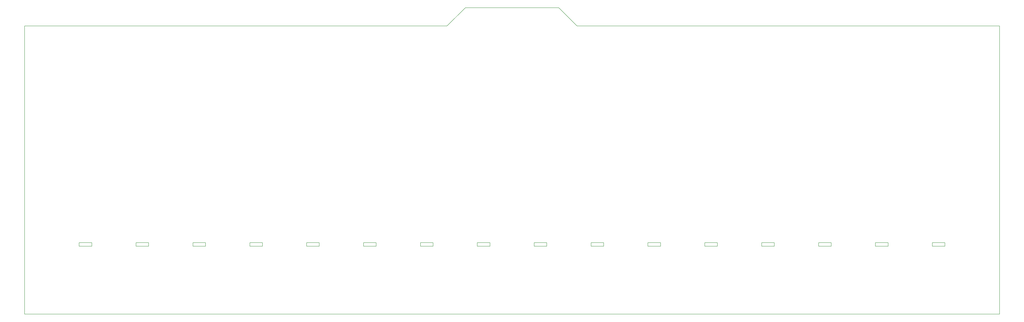
<source format=gbr>
G04 #@! TF.GenerationSoftware,KiCad,Pcbnew,(5.1.7)-1*
G04 #@! TF.CreationDate,2021-03-24T01:06:35-04:00*
G04 #@! TF.ProjectId,OpeNITHM-full,4f70654e-4954-4484-9d2d-66756c6c2e6b,rev?*
G04 #@! TF.SameCoordinates,Original*
G04 #@! TF.FileFunction,Profile,NP*
%FSLAX46Y46*%
G04 Gerber Fmt 4.6, Leading zero omitted, Abs format (unit mm)*
G04 Created by KiCad (PCBNEW (5.1.7)-1) date 2021-03-24 01:06:35*
%MOMM*%
%LPD*%
G01*
G04 APERTURE LIST*
G04 #@! TA.AperFunction,Profile*
%ADD10C,0.150000*%
G04 #@! TD*
G04 APERTURE END LIST*
D10*
X354900000Y-122500000D02*
X361100000Y-122500000D01*
X326900000Y-122500000D02*
X333100000Y-122500000D01*
X298900000Y-122500000D02*
X305100000Y-122500000D01*
X270900000Y-122500000D02*
X277100000Y-122500000D01*
X242900000Y-122500000D02*
X249100000Y-122500000D01*
X214900000Y-122500000D02*
X221100000Y-122500000D01*
X186900000Y-122500000D02*
X193100000Y-122500000D01*
X158900000Y-122500000D02*
X165100000Y-122500000D01*
X130900000Y-122500000D02*
X137100000Y-122500000D01*
X102900000Y-122500000D02*
X109100000Y-122500000D01*
X74900000Y-122500000D02*
X81100000Y-122500000D01*
X46900000Y-122500000D02*
X53100000Y-122500000D01*
X18900000Y-122500000D02*
X25100000Y-122500000D01*
X-9100000Y-122500000D02*
X-2900000Y-122500000D01*
X-37100000Y-122500000D02*
X-30900000Y-122500000D01*
X361100000Y-120700000D02*
X361100000Y-122500000D01*
X333100000Y-120700000D02*
X333100000Y-122500000D01*
X305100000Y-120700000D02*
X305100000Y-122500000D01*
X277100000Y-120700000D02*
X277100000Y-122500000D01*
X249100000Y-120700000D02*
X249100000Y-122500000D01*
X221100000Y-120700000D02*
X221100000Y-122500000D01*
X193100000Y-120700000D02*
X193100000Y-122500000D01*
X165100000Y-120700000D02*
X165100000Y-122500000D01*
X137100000Y-120700000D02*
X137100000Y-122500000D01*
X109100000Y-120700000D02*
X109100000Y-122500000D01*
X81100000Y-120700000D02*
X81100000Y-122500000D01*
X53100000Y-120700000D02*
X53100000Y-122500000D01*
X25100000Y-120700000D02*
X25100000Y-122500000D01*
X-2900000Y-120700000D02*
X-2900000Y-122500000D01*
X-30900000Y-120700000D02*
X-30900000Y-122500000D01*
X354900000Y-120700000D02*
X354900000Y-122500000D01*
X326900000Y-120700000D02*
X326900000Y-122500000D01*
X298900000Y-120700000D02*
X298900000Y-122500000D01*
X270900000Y-120700000D02*
X270900000Y-122500000D01*
X242900000Y-120700000D02*
X242900000Y-122500000D01*
X214900000Y-120700000D02*
X214900000Y-122500000D01*
X186900000Y-120700000D02*
X186900000Y-122500000D01*
X158900000Y-120700000D02*
X158900000Y-122500000D01*
X130900000Y-120700000D02*
X130900000Y-122500000D01*
X102900000Y-120700000D02*
X102900000Y-122500000D01*
X74900000Y-120700000D02*
X74900000Y-122500000D01*
X46900000Y-120700000D02*
X46900000Y-122500000D01*
X18900000Y-120700000D02*
X18900000Y-122500000D01*
X-9100000Y-120700000D02*
X-9100000Y-122500000D01*
X-37100000Y-120700000D02*
X-37100000Y-122500000D01*
X361100000Y-120700000D02*
X354900000Y-120700000D01*
X333100000Y-120700000D02*
X326900000Y-120700000D01*
X305100000Y-120700000D02*
X298900000Y-120700000D01*
X277100000Y-120700000D02*
X270900000Y-120700000D01*
X249100000Y-120700000D02*
X242900000Y-120700000D01*
X221100000Y-120700000D02*
X214900000Y-120700000D01*
X193100000Y-120700000D02*
X186900000Y-120700000D01*
X165100000Y-120700000D02*
X158900000Y-120700000D01*
X137100000Y-120700000D02*
X130900000Y-120700000D01*
X109100000Y-120700000D02*
X102900000Y-120700000D01*
X81100000Y-120700000D02*
X74900000Y-120700000D01*
X53100000Y-120700000D02*
X46900000Y-120700000D01*
X25100000Y-120700000D02*
X18900000Y-120700000D01*
X-2900000Y-120700000D02*
X-9100000Y-120700000D01*
X-30900000Y-120700000D02*
X-37100000Y-120700000D01*
X-58900000Y-120700000D02*
X-65100000Y-120700000D01*
X-65100000Y-122500000D02*
X-58900000Y-122500000D01*
X-58900000Y-120700000D02*
X-58900000Y-122500000D01*
X-65100000Y-120700000D02*
X-65100000Y-122500000D01*
X148000000Y-5000000D02*
X171000000Y-5000000D01*
X180000000Y-14000000D02*
X388000000Y-14000000D01*
X116000000Y-14000000D02*
X125000000Y-5000000D01*
X180000000Y-14000000D02*
X171000000Y-5000000D01*
X125000000Y-5000000D02*
X148000000Y-5000000D01*
X-92000000Y-14000000D02*
X-92000000Y-156000000D01*
X388000000Y-156000000D02*
X-92000000Y-156000000D01*
X388000000Y-14000000D02*
X388000000Y-156000000D01*
X-92000000Y-14000000D02*
X116000000Y-14000000D01*
M02*

</source>
